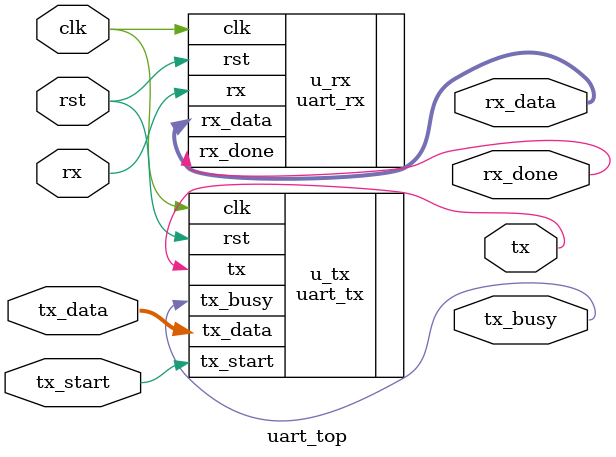
<source format=v>
`timescale 1ns / 1ps


module uart_top #
(
    parameter CLK_FREQ  = 50_000_000,   // System clock
    parameter BAUD_RATE = 9600
)
(
    input  clk,
    input  rst,

    // -------- Transmitter Interface --------
    input tx_start,
    input  [7:0] tx_data,
    output tx,
    output tx_busy,

    // -------- Receiver Interface --------
    input rx,
    output [7:0] rx_data,
    output rx_done
);

    // -------------------------------
    // UART Transmitter Instance
    // -------------------------------
    uart_tx #(
        .CLK_FREQ(CLK_FREQ),
        .BAUD_RATE(BAUD_RATE)
    ) u_tx (
        .clk(clk),
        .rst(rst),
        .tx_start(tx_start),
        .tx_data(tx_data),
        .tx(tx),
        .tx_busy(tx_busy)
    );

    // -------------------------------
    // UART Receiver Instance
    // -------------------------------
    uart_rx #(
        .CLK_FREQ(CLK_FREQ),
        .BAUD_RATE(BAUD_RATE)
    ) u_rx (
        .clk(clk),
        .rst(rst),
        .rx(rx),
        .rx_data(rx_data),
        .rx_done(rx_done)
    );

endmodule

</source>
